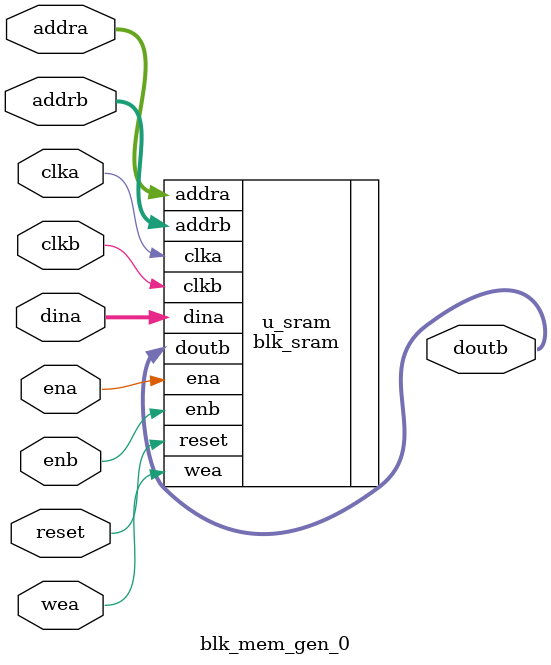
<source format=v>
module blk_mem_gen_0 #(
    parameter ADDR_WIDTH = 10,
    parameter DATA_WIDTH = 256
)(
    input clka,
    input reset,
    input ena,
    input wea,
    input [ADDR_WIDTH-1:0] addra,
    input [DATA_WIDTH-1:0] dina,

    input clkb,
    input enb,
    input [ADDR_WIDTH-1:0] addrb,
    output [DATA_WIDTH-1:0] doutb
);

    blk_sram #(
        .ADDR_WIDTH(ADDR_WIDTH),
        .DATA_WIDTH(DATA_WIDTH)
    ) u_sram (
        .clka(clka),
        .reset(reset),
        .ena(ena),
        .wea(wea),
        .addra(addra),
        .dina(dina),

        .clkb(clkb),
        .enb(enb),
        .addrb(addrb),
        .doutb(doutb)
    );

endmodule

</source>
